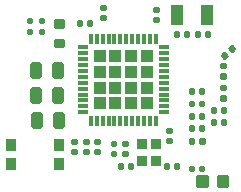
<source format=gbr>
G04 EAGLE Gerber RS-274X export*
G75*
%MOMM*%
%FSLAX34Y34*%
%LPD*%
%INSolderpaste Top*%
%IPPOS*%
%AMOC8*
5,1,8,0,0,1.08239X$1,22.5*%
G01*
%ADD10R,0.850000X0.300000*%
%ADD11R,0.300000X0.850000*%
%ADD12R,1.000000X1.000000*%
%ADD13C,0.280800*%
%ADD14C,0.500000*%
%ADD15C,0.402900*%
%ADD16R,1.000000X1.800000*%
%ADD17R,0.850000X0.950000*%
%ADD18C,0.270000*%
%ADD19R,0.900000X1.000000*%
%ADD20C,0.300000*%


D10*
X145371Y67242D03*
X145371Y72242D03*
X145371Y77242D03*
X145371Y82242D03*
X145371Y87242D03*
X145371Y92242D03*
X145371Y97242D03*
X145371Y102242D03*
X145371Y107242D03*
X145371Y112242D03*
X145371Y117242D03*
X145371Y122242D03*
D11*
X138371Y129242D03*
X133371Y129242D03*
X128371Y129242D03*
X123371Y129242D03*
X118371Y129242D03*
X113371Y129242D03*
X108371Y129242D03*
X103371Y129242D03*
X98371Y129242D03*
X93371Y129242D03*
X88371Y129242D03*
X83371Y129242D03*
D10*
X76371Y122242D03*
X76371Y117242D03*
X76371Y112242D03*
X76371Y107242D03*
X76371Y102242D03*
X76371Y97242D03*
X76371Y92242D03*
X76371Y87242D03*
X76371Y82242D03*
X76371Y77242D03*
X76371Y72242D03*
X76371Y67242D03*
D11*
X83371Y60242D03*
X88371Y60242D03*
X93371Y60242D03*
X98371Y60242D03*
X103371Y60242D03*
X108371Y60242D03*
X113371Y60242D03*
X118371Y60242D03*
X123371Y60242D03*
X128371Y60242D03*
X133371Y60242D03*
X138371Y60242D03*
D12*
X130871Y74742D03*
X117621Y74742D03*
X104121Y74742D03*
X90871Y74742D03*
X130871Y87992D03*
X130871Y101492D03*
X130871Y114742D03*
X90871Y114742D03*
X104121Y114742D03*
X117621Y114742D03*
X117621Y101492D03*
X117621Y87992D03*
X104121Y87992D03*
X90871Y87992D03*
X104121Y101492D03*
X90871Y101492D03*
D13*
X43252Y143339D02*
X43252Y145931D01*
X43252Y143339D02*
X40060Y143339D01*
X40060Y145931D01*
X43252Y145931D01*
X40060Y137331D02*
X40060Y134739D01*
X40060Y137331D02*
X43252Y137331D01*
X43252Y134739D01*
X40060Y134739D01*
X32965Y143339D02*
X32965Y145931D01*
X32965Y143339D02*
X29773Y143339D01*
X29773Y145931D01*
X32965Y145931D01*
X29773Y137331D02*
X29773Y134739D01*
X29773Y137331D02*
X32965Y137331D01*
X32965Y134739D01*
X29773Y134739D01*
X90496Y43823D02*
X90496Y41231D01*
X87304Y41231D01*
X87304Y43823D01*
X90496Y43823D01*
X87304Y35223D02*
X87304Y32631D01*
X87304Y35223D02*
X90496Y35223D01*
X90496Y32631D01*
X87304Y32631D01*
X77525Y32504D02*
X77525Y35096D01*
X80717Y35096D01*
X80717Y32504D01*
X77525Y32504D01*
X80717Y41104D02*
X80717Y43696D01*
X80717Y41104D02*
X77525Y41104D01*
X77525Y43696D01*
X80717Y43696D01*
X74974Y144598D02*
X72382Y144598D01*
X74974Y144598D02*
X74974Y141406D01*
X72382Y141406D01*
X72382Y144598D01*
X72382Y144074D02*
X74974Y144074D01*
X80982Y141406D02*
X83574Y141406D01*
X80982Y141406D02*
X80982Y144598D01*
X83574Y144598D01*
X83574Y141406D01*
X83574Y144074D02*
X80982Y144074D01*
X172331Y135327D02*
X174923Y135327D01*
X174923Y132135D01*
X172331Y132135D01*
X172331Y135327D01*
X172331Y134803D02*
X174923Y134803D01*
X180931Y132135D02*
X183523Y132135D01*
X180931Y132135D02*
X180931Y135327D01*
X183523Y135327D01*
X183523Y132135D01*
X183523Y134803D02*
X180931Y134803D01*
X165616Y132135D02*
X163024Y132135D01*
X163024Y135327D01*
X165616Y135327D01*
X165616Y132135D01*
X165616Y134803D02*
X163024Y134803D01*
X157016Y135327D02*
X154424Y135327D01*
X157016Y135327D02*
X157016Y132135D01*
X154424Y132135D01*
X154424Y135327D01*
X154424Y134803D02*
X157016Y134803D01*
X136707Y144645D02*
X136707Y147237D01*
X139899Y147237D01*
X139899Y144645D01*
X136707Y144645D01*
X139899Y153245D02*
X139899Y155837D01*
X139899Y153245D02*
X136707Y153245D01*
X136707Y155837D01*
X139899Y155837D01*
X91749Y148507D02*
X91749Y145915D01*
X91749Y148507D02*
X94941Y148507D01*
X94941Y145915D01*
X91749Y145915D01*
X94941Y154515D02*
X94941Y157107D01*
X94941Y154515D02*
X91749Y154515D01*
X91749Y157107D01*
X94941Y157107D01*
X104085Y41918D02*
X104085Y39326D01*
X100893Y39326D01*
X100893Y41918D01*
X104085Y41918D01*
X100893Y33318D02*
X100893Y30726D01*
X100893Y33318D02*
X104085Y33318D01*
X104085Y30726D01*
X100893Y30726D01*
X70557Y41104D02*
X70557Y43696D01*
X70557Y41104D02*
X67365Y41104D01*
X67365Y43696D01*
X70557Y43696D01*
X67365Y35096D02*
X67365Y32504D01*
X67365Y35096D02*
X70557Y35096D01*
X70557Y32504D01*
X67365Y32504D01*
D14*
X59221Y55852D02*
X54221Y55852D01*
X54221Y65052D01*
X59221Y65052D01*
X59221Y55852D01*
X59221Y60602D02*
X54221Y60602D01*
X40521Y65052D02*
X35521Y65052D01*
X40521Y65052D02*
X40521Y55852D01*
X35521Y55852D01*
X35521Y65052D01*
X35521Y60602D02*
X40521Y60602D01*
X39378Y107470D02*
X34378Y107470D01*
X39378Y107470D02*
X39378Y98270D01*
X34378Y98270D01*
X34378Y107470D01*
X34378Y103020D02*
X39378Y103020D01*
X53078Y98270D02*
X58078Y98270D01*
X53078Y98270D02*
X53078Y107470D01*
X58078Y107470D01*
X58078Y98270D01*
X58078Y103020D02*
X53078Y103020D01*
D13*
X113737Y41918D02*
X113737Y39326D01*
X110545Y39326D01*
X110545Y41918D01*
X113737Y41918D01*
X110545Y33318D02*
X110545Y30726D01*
X110545Y33318D02*
X113737Y33318D01*
X113737Y30726D01*
X110545Y30726D01*
X151456Y50756D02*
X151456Y53348D01*
X151456Y50756D02*
X148264Y50756D01*
X148264Y53348D01*
X151456Y53348D01*
X148264Y44748D02*
X148264Y42156D01*
X148264Y44748D02*
X151456Y44748D01*
X151456Y42156D01*
X148264Y42156D01*
D15*
X53625Y123976D02*
X53625Y127848D01*
X58897Y127848D01*
X58897Y123976D01*
X53625Y123976D01*
X53625Y127804D02*
X58897Y127804D01*
X58897Y140376D02*
X58897Y144248D01*
X58897Y140376D02*
X53625Y140376D01*
X53625Y144248D01*
X58897Y144248D01*
X58897Y144204D02*
X53625Y144204D01*
D14*
X53205Y76680D02*
X58205Y76680D01*
X53205Y76680D02*
X53205Y85880D01*
X58205Y85880D01*
X58205Y76680D01*
X58205Y81430D02*
X53205Y81430D01*
X39505Y85880D02*
X34505Y85880D01*
X39505Y85880D02*
X39505Y76680D01*
X34505Y76680D01*
X34505Y85880D01*
X34505Y81430D02*
X39505Y81430D01*
D16*
X181537Y149352D03*
X156537Y149352D03*
D17*
X138211Y25643D03*
X138211Y40143D03*
X126711Y40143D03*
X126711Y25643D03*
D18*
X167177Y73026D02*
X169877Y73026D01*
X167177Y73026D02*
X167177Y76326D01*
X169877Y76326D01*
X169877Y73026D01*
X169877Y75591D02*
X167177Y75591D01*
X175817Y73026D02*
X178517Y73026D01*
X175817Y73026D02*
X175817Y76326D01*
X178517Y76326D01*
X178517Y73026D01*
X178517Y75591D02*
X175817Y75591D01*
X170004Y83313D02*
X167304Y83313D01*
X167304Y86613D01*
X170004Y86613D01*
X170004Y83313D01*
X170004Y85878D02*
X167304Y85878D01*
X175944Y83313D02*
X178644Y83313D01*
X175944Y83313D02*
X175944Y86613D01*
X178644Y86613D01*
X178644Y83313D01*
X178644Y85878D02*
X175944Y85878D01*
X176071Y44830D02*
X178771Y44830D01*
X178771Y41530D01*
X176071Y41530D01*
X176071Y44830D01*
X176071Y44095D02*
X178771Y44095D01*
X170131Y44830D02*
X167431Y44830D01*
X170131Y44830D02*
X170131Y41530D01*
X167431Y41530D01*
X167431Y44830D01*
X167431Y44095D02*
X170131Y44095D01*
X170004Y62358D02*
X167304Y62358D01*
X167304Y65658D01*
X170004Y65658D01*
X170004Y62358D01*
X170004Y64923D02*
X167304Y64923D01*
X175944Y62358D02*
X178644Y62358D01*
X175944Y62358D02*
X175944Y65658D01*
X178644Y65658D01*
X178644Y62358D01*
X178644Y64923D02*
X175944Y64923D01*
X194486Y60578D02*
X197186Y60578D01*
X197186Y57278D01*
X194486Y57278D01*
X194486Y60578D01*
X194486Y59843D02*
X197186Y59843D01*
X188546Y60578D02*
X185846Y60578D01*
X188546Y60578D02*
X188546Y57278D01*
X185846Y57278D01*
X185846Y60578D01*
X185846Y59843D02*
X188546Y59843D01*
X197230Y96565D02*
X197230Y99265D01*
X197230Y96565D02*
X193930Y96565D01*
X193930Y99265D01*
X197230Y99265D01*
X197230Y99130D02*
X193930Y99130D01*
X197230Y105205D02*
X197230Y107905D01*
X197230Y105205D02*
X193930Y105205D01*
X193930Y107905D01*
X197230Y107905D01*
X197230Y107770D02*
X193930Y107770D01*
X196324Y113190D02*
X198315Y115014D01*
X196324Y113190D02*
X194095Y115622D01*
X196086Y117446D01*
X198315Y115014D01*
X197636Y115755D02*
X194240Y115755D01*
X202694Y119028D02*
X204685Y120852D01*
X202694Y119028D02*
X200465Y121460D01*
X202456Y123284D01*
X204685Y120852D01*
X204006Y121593D02*
X200610Y121593D01*
X170004Y52071D02*
X167304Y52071D01*
X167304Y55371D01*
X170004Y55371D01*
X170004Y52071D01*
X170004Y54636D02*
X167304Y54636D01*
X175944Y52071D02*
X178644Y52071D01*
X175944Y52071D02*
X175944Y55371D01*
X178644Y55371D01*
X178644Y52071D01*
X178644Y54636D02*
X175944Y54636D01*
X185719Y67692D02*
X188419Y67692D01*
X185719Y67692D02*
X185719Y70992D01*
X188419Y70992D01*
X188419Y67692D01*
X188419Y70257D02*
X185719Y70257D01*
X194359Y67692D02*
X197059Y67692D01*
X194359Y67692D02*
X194359Y70992D01*
X197059Y70992D01*
X197059Y67692D01*
X197059Y70257D02*
X194359Y70257D01*
X197103Y78023D02*
X197103Y80723D01*
X197103Y78023D02*
X193803Y78023D01*
X193803Y80723D01*
X197103Y80723D01*
X197103Y80588D02*
X193803Y80588D01*
X197103Y86663D02*
X197103Y89363D01*
X197103Y86663D02*
X193803Y86663D01*
X193803Y89363D01*
X197103Y89363D01*
X197103Y89228D02*
X193803Y89228D01*
X157435Y23494D02*
X154735Y23494D01*
X157435Y23494D02*
X157435Y20194D01*
X154735Y20194D01*
X154735Y23494D01*
X154735Y22759D02*
X157435Y22759D01*
X148795Y23494D02*
X146095Y23494D01*
X148795Y23494D02*
X148795Y20194D01*
X146095Y20194D01*
X146095Y23494D01*
X146095Y22759D02*
X148795Y22759D01*
X118192Y23748D02*
X115492Y23748D01*
X118192Y23748D02*
X118192Y20448D01*
X115492Y20448D01*
X115492Y23748D01*
X115492Y23013D02*
X118192Y23013D01*
X109552Y23748D02*
X106852Y23748D01*
X109552Y23748D02*
X109552Y20448D01*
X106852Y20448D01*
X106852Y23748D01*
X106852Y23013D02*
X109552Y23013D01*
D19*
X56822Y39242D03*
X56822Y23242D03*
X15822Y23242D03*
X15822Y39242D03*
D18*
X166923Y18035D02*
X169623Y18035D01*
X166923Y18035D02*
X166923Y21335D01*
X169623Y21335D01*
X169623Y18035D01*
X169623Y20600D02*
X166923Y20600D01*
X175563Y18035D02*
X178263Y18035D01*
X175563Y18035D02*
X175563Y21335D01*
X178263Y21335D01*
X178263Y18035D01*
X178263Y20600D02*
X175563Y20600D01*
D20*
X191833Y12136D02*
X191833Y5136D01*
X191833Y12136D02*
X198833Y12136D01*
X198833Y5136D01*
X191833Y5136D01*
X191833Y7986D02*
X198833Y7986D01*
X198833Y10836D02*
X191833Y10836D01*
X174293Y12136D02*
X174293Y5136D01*
X174293Y12136D02*
X181293Y12136D01*
X181293Y5136D01*
X174293Y5136D01*
X174293Y7986D02*
X181293Y7986D01*
X181293Y10836D02*
X174293Y10836D01*
M02*

</source>
